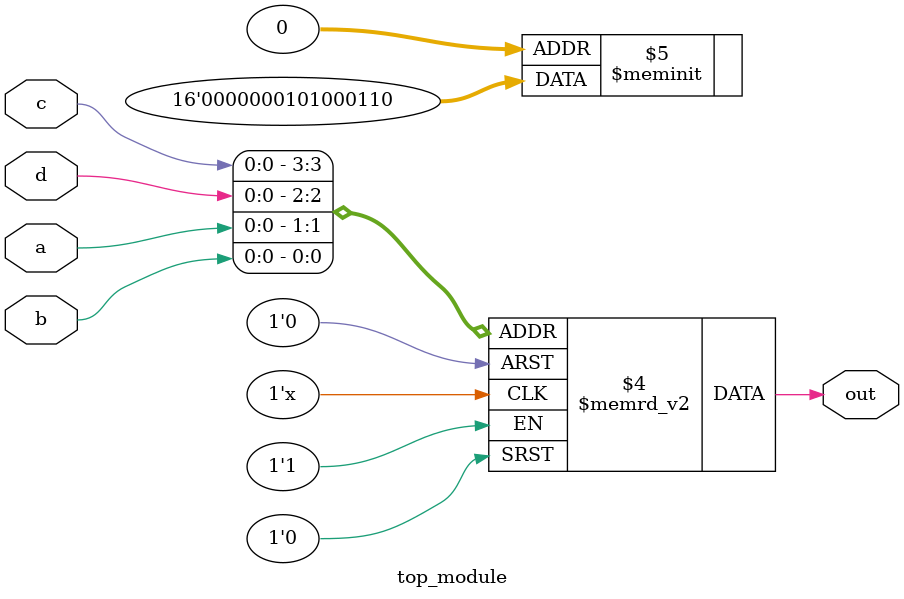
<source format=sv>
module top_module (
    input a, 
    input b,
    input c,
    input d,
    output reg out
);

always @(*) begin
    case ({c, d, a, b})
        4'b0000: out = 1'b0;
        4'b0001: out = 1'b1;
        4'b0011: out = 1'b0;
        4'b0010: out = 1'b1;
        4'b0111: out = 1'b0;
        4'b0110: out = 1'b1;
        4'b1001: out = 1'b0;
        4'b1000: out = 1'b1;
        default: out = 1'b0;
    endcase
end

endmodule

</source>
